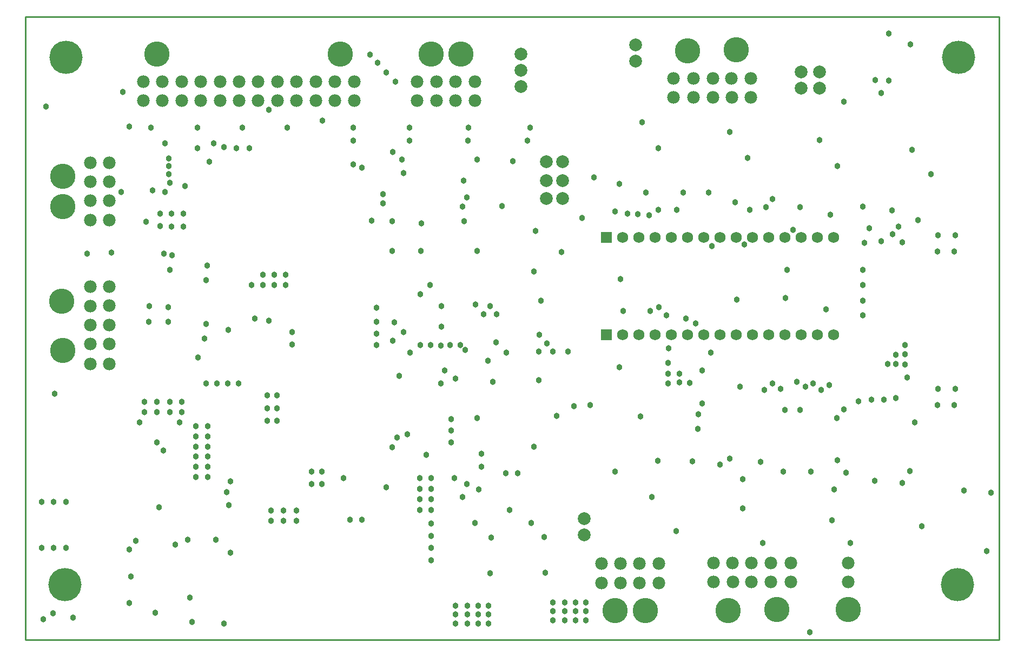
<source format=gbs>
G04*
G04 #@! TF.GenerationSoftware,Altium Limited,Altium Designer,19.1.8 (144)*
G04*
G04 Layer_Color=16711935*
%FSLAX25Y25*%
%MOIN*%
G70*
G01*
G75*
%ADD10C,0.01000*%
%ADD55C,0.03800*%
%ADD89C,0.07887*%
%ADD90C,0.07800*%
%ADD91C,0.15600*%
%ADD92C,0.20485*%
%ADD93R,0.06824X0.06824*%
%ADD94C,0.06824*%
D10*
X100000Y500000D02*
X700000D01*
X100000Y116000D02*
X700000D01*
Y500000D01*
X100000Y116000D02*
Y500000D01*
D55*
X356500Y309000D02*
D03*
X577500Y257500D02*
D03*
X585500Y274000D02*
D03*
X595500Y273000D02*
D03*
X580750Y272000D02*
D03*
X555500Y270000D02*
D03*
X565500Y270500D02*
D03*
X590500Y270000D02*
D03*
X575500Y275000D02*
D03*
X568000Y257500D02*
D03*
X540500Y272000D02*
D03*
X560500Y274000D02*
D03*
X378500Y411750D02*
D03*
X129500Y129500D02*
D03*
X186000Y422000D02*
D03*
X302000Y409000D02*
D03*
X326500Y416500D02*
D03*
X246500Y341000D02*
D03*
X253500D02*
D03*
X260500D02*
D03*
X372000Y388500D02*
D03*
X386500Y321500D02*
D03*
X409500Y423500D02*
D03*
X178500Y393000D02*
D03*
X201500Y142000D02*
D03*
X197500Y378500D02*
D03*
X190000D02*
D03*
X183000Y371000D02*
D03*
X190000Y370500D02*
D03*
X197500D02*
D03*
X322500Y210000D02*
D03*
X430500Y355000D02*
D03*
X583500Y120500D02*
D03*
X333000Y305500D02*
D03*
X390254Y299254D02*
D03*
X369500Y383000D02*
D03*
X596000Y378000D02*
D03*
X597000Y189500D02*
D03*
X496000Y286500D02*
D03*
Y280000D02*
D03*
X503000D02*
D03*
X509500Y274371D02*
D03*
X503000Y274500D02*
D03*
X542000Y215000D02*
D03*
X553000Y225500D02*
D03*
X400500Y411000D02*
D03*
X170500Y250000D02*
D03*
X198500Y395500D02*
D03*
X632000Y489500D02*
D03*
X225000Y307000D02*
D03*
X189000Y397500D02*
D03*
X212000Y346500D02*
D03*
X634500Y366000D02*
D03*
X627500Y361500D02*
D03*
X523000Y358500D02*
D03*
X484500Y377500D02*
D03*
X616000Y383000D02*
D03*
X364500Y215500D02*
D03*
X372000Y212000D02*
D03*
X379500Y208500D02*
D03*
X489720Y226098D02*
D03*
X356000Y274000D02*
D03*
X365000Y277000D02*
D03*
X118000Y267500D02*
D03*
X307500Y407000D02*
D03*
X477500Y378063D02*
D03*
X320500Y390500D02*
D03*
Y385000D02*
D03*
X302000Y423500D02*
D03*
X370000Y399000D02*
D03*
X495000Y316000D02*
D03*
X490500Y321000D02*
D03*
X507000Y314000D02*
D03*
X327500Y311500D02*
D03*
X343600Y297500D02*
D03*
X326500Y300350D02*
D03*
X356010Y297290D02*
D03*
X343500Y329000D02*
D03*
X517000Y282000D02*
D03*
X522500Y293000D02*
D03*
X514500Y246000D02*
D03*
X514750Y254750D02*
D03*
X604500Y258000D02*
D03*
X600000Y252500D02*
D03*
X485000Y318500D02*
D03*
X468500D02*
D03*
X358500Y282000D02*
D03*
X337000Y293000D02*
D03*
X206500Y290000D02*
D03*
X164125Y171625D02*
D03*
X168000Y177000D02*
D03*
X202750Y126750D02*
D03*
X211500Y310500D02*
D03*
X226500Y169500D02*
D03*
X225500Y199000D02*
D03*
X226500Y213500D02*
D03*
X224000Y207000D02*
D03*
X621500Y264000D02*
D03*
X629000D02*
D03*
X613500Y263000D02*
D03*
X642000Y297500D02*
D03*
X652500Y186000D02*
D03*
X678500Y208000D02*
D03*
X463500Y380000D02*
D03*
X627500Y453000D02*
D03*
X632000Y460500D02*
D03*
X471000Y378500D02*
D03*
X556500Y382500D02*
D03*
X573000Y368500D02*
D03*
X546500Y381000D02*
D03*
X326000Y374000D02*
D03*
X568500Y326500D02*
D03*
X425000Y293500D02*
D03*
X427500Y254000D02*
D03*
X416500Y276000D02*
D03*
X421500Y298500D02*
D03*
X450500Y401000D02*
D03*
X662000Y355358D02*
D03*
X672500D02*
D03*
X673000Y365358D02*
D03*
X662500D02*
D03*
Y270500D02*
D03*
X673000D02*
D03*
X672500Y260500D02*
D03*
X662000D02*
D03*
X634000Y380500D02*
D03*
X577500Y382500D02*
D03*
X466000Y397000D02*
D03*
X521000Y391500D02*
D03*
X260500Y334500D02*
D03*
X253500D02*
D03*
X246500D02*
D03*
X239500D02*
D03*
X443000Y376000D02*
D03*
X636500Y286000D02*
D03*
X642000Y292000D02*
D03*
Y285500D02*
D03*
X636500Y291500D02*
D03*
X631500Y286000D02*
D03*
X593500Y319500D02*
D03*
X543000Y359500D02*
D03*
X608437Y175500D02*
D03*
X600500Y226500D02*
D03*
X445500Y139000D02*
D03*
Y133500D02*
D03*
Y128000D02*
D03*
X439000Y139000D02*
D03*
Y133500D02*
D03*
Y128000D02*
D03*
X425000Y133500D02*
D03*
X432500D02*
D03*
X425000Y128000D02*
D03*
X432500D02*
D03*
X425000Y139000D02*
D03*
X432500D02*
D03*
X372500Y137000D02*
D03*
X365000D02*
D03*
X496500Y295500D02*
D03*
X211500Y337500D02*
D03*
X238000Y419000D02*
D03*
X230000D02*
D03*
X216000Y422000D02*
D03*
X222500Y419500D02*
D03*
X213500Y410500D02*
D03*
X206000Y419000D02*
D03*
X188500Y403000D02*
D03*
Y408000D02*
D03*
Y412500D02*
D03*
X186000Y392000D02*
D03*
X183000Y378500D02*
D03*
X185500Y354000D02*
D03*
X190500Y353000D02*
D03*
X189000Y344000D02*
D03*
X174500Y373500D02*
D03*
X159000Y392000D02*
D03*
X153000Y354500D02*
D03*
X138000Y354000D02*
D03*
X176000Y312000D02*
D03*
X188000D02*
D03*
Y321000D02*
D03*
X176500Y321500D02*
D03*
X333000Y403500D02*
D03*
X542283Y197000D02*
D03*
X385000Y288000D02*
D03*
X371079Y294500D02*
D03*
X368000Y297500D02*
D03*
X255250Y258500D02*
D03*
Y251000D02*
D03*
X249000Y258500D02*
D03*
Y251000D02*
D03*
X255250Y266500D02*
D03*
X249000D02*
D03*
X317000Y471500D02*
D03*
X332000Y412000D02*
D03*
X554500Y175500D02*
D03*
X517000Y261500D02*
D03*
X501284Y182783D02*
D03*
X534000Y227500D02*
D03*
X413500Y235000D02*
D03*
X403500Y218500D02*
D03*
X396000D02*
D03*
X381000Y222500D02*
D03*
Y230500D02*
D03*
X347000Y230000D02*
D03*
X362500Y237500D02*
D03*
Y252000D02*
D03*
X378500Y252500D02*
D03*
X388000Y275000D02*
D03*
X396500Y293000D02*
D03*
X416500Y293500D02*
D03*
X413500Y343000D02*
D03*
X640500Y361000D02*
D03*
X620000Y369500D02*
D03*
X501500Y381000D02*
D03*
X490000Y419000D02*
D03*
X638000Y370500D02*
D03*
X617000Y360500D02*
D03*
X490000Y381000D02*
D03*
X643500Y277500D02*
D03*
X560500Y387500D02*
D03*
X646500Y418000D02*
D03*
X534000Y429000D02*
D03*
X589500Y424000D02*
D03*
X505500Y391500D02*
D03*
X537625Y385625D02*
D03*
X650125Y374625D02*
D03*
X658000Y403000D02*
D03*
X545000Y413000D02*
D03*
X600500Y408000D02*
D03*
X513000Y311000D02*
D03*
X398500Y196000D02*
D03*
X623500Y214000D02*
D03*
X598500Y208500D02*
D03*
X538500Y325500D02*
D03*
X329000Y240500D02*
D03*
X296000Y215500D02*
D03*
X349700Y297500D02*
D03*
X361900D02*
D03*
X692500Y170500D02*
D03*
X486283Y204000D02*
D03*
X695000Y206500D02*
D03*
X645000Y220000D02*
D03*
X605817Y218750D02*
D03*
X640500Y212500D02*
D03*
X584000Y219500D02*
D03*
X567000D02*
D03*
X511000Y226000D02*
D03*
X528000Y224000D02*
D03*
X414500Y368000D02*
D03*
X393750Y383063D02*
D03*
X335500Y242500D02*
D03*
X343680Y355500D02*
D03*
X378500D02*
D03*
X349500Y334500D02*
D03*
X377522Y322522D02*
D03*
X344000Y372500D02*
D03*
X370500Y374000D02*
D03*
X417937Y324937D02*
D03*
X416782Y303782D02*
D03*
X390500Y316500D02*
D03*
X382500D02*
D03*
X356500Y321500D02*
D03*
X372969Y423500D02*
D03*
X336750D02*
D03*
X411000Y431500D02*
D03*
X373031D02*
D03*
X336750D02*
D03*
X302000D02*
D03*
X322500Y465500D02*
D03*
X328000Y460000D02*
D03*
X312500Y476500D02*
D03*
X283000Y436000D02*
D03*
X250000Y442500D02*
D03*
X261500Y431500D02*
D03*
X233701D02*
D03*
X206201D02*
D03*
X177500D02*
D03*
X466740Y338240D02*
D03*
X343000Y209000D02*
D03*
X350000D02*
D03*
Y215500D02*
D03*
X343000D02*
D03*
Y202500D02*
D03*
X350000D02*
D03*
Y196000D02*
D03*
X343000D02*
D03*
X369449Y203949D02*
D03*
X411776Y187776D02*
D03*
X377276D02*
D03*
X387000Y179000D02*
D03*
X419719Y179281D02*
D03*
X386500Y157000D02*
D03*
X420563Y157063D02*
D03*
X438000Y260000D02*
D03*
X448000Y260500D02*
D03*
X111000Y128500D02*
D03*
X117273Y132273D02*
D03*
X616000Y316000D02*
D03*
Y325000D02*
D03*
Y334500D02*
D03*
Y344000D02*
D03*
X569500D02*
D03*
X645500Y483000D02*
D03*
X623746Y460746D02*
D03*
X604500Y447500D02*
D03*
X192500Y174500D02*
D03*
X222500Y126000D02*
D03*
X362500Y245000D02*
D03*
X330500Y278500D02*
D03*
X112701Y444620D02*
D03*
X160000Y453500D02*
D03*
X164250Y432250D02*
D03*
X326286Y355563D02*
D03*
X313357Y374134D02*
D03*
X648000Y250000D02*
D03*
X636500Y264750D02*
D03*
X466000Y284000D02*
D03*
X496000Y274000D02*
D03*
X479000Y253414D02*
D03*
X482500Y391500D02*
D03*
X480130Y435000D02*
D03*
X434500Y293500D02*
D03*
X463370Y219630D02*
D03*
X316500Y297500D02*
D03*
Y304500D02*
D03*
Y312000D02*
D03*
Y320500D02*
D03*
X264500Y305500D02*
D03*
Y298000D02*
D03*
X282750Y219500D02*
D03*
Y212000D02*
D03*
X276500Y219500D02*
D03*
Y212000D02*
D03*
X267000Y195500D02*
D03*
Y189250D02*
D03*
X251500Y195500D02*
D03*
X259000D02*
D03*
X251500Y189250D02*
D03*
X259000D02*
D03*
X189000Y262500D02*
D03*
X196500D02*
D03*
X189000Y256250D02*
D03*
X196500D02*
D03*
X173500Y262500D02*
D03*
X181000D02*
D03*
X173500Y256250D02*
D03*
X181000D02*
D03*
X164032Y138531D02*
D03*
X181260Y237500D02*
D03*
X231500Y274000D02*
D03*
X224833D02*
D03*
X218167D02*
D03*
X211500D02*
D03*
X250000Y312500D02*
D03*
X210500Y301500D02*
D03*
X241500Y314000D02*
D03*
X326240Y234414D02*
D03*
X350000Y165000D02*
D03*
Y172500D02*
D03*
Y180000D02*
D03*
Y187500D02*
D03*
X307500Y190000D02*
D03*
X300000D02*
D03*
X212500Y216250D02*
D03*
X205000D02*
D03*
X212500Y222500D02*
D03*
X205000D02*
D03*
Y235000D02*
D03*
X212500D02*
D03*
X205000Y228750D02*
D03*
X212500D02*
D03*
Y241250D02*
D03*
X205000D02*
D03*
X212500Y247500D02*
D03*
X205000D02*
D03*
X372500Y126000D02*
D03*
X365000D02*
D03*
X372500Y131500D02*
D03*
X365000D02*
D03*
X379000Y126000D02*
D03*
Y131500D02*
D03*
Y137000D02*
D03*
X385500Y126000D02*
D03*
Y131500D02*
D03*
Y137000D02*
D03*
X217500Y177500D02*
D03*
X165000Y155000D02*
D03*
X180000Y132500D02*
D03*
X200000Y177500D02*
D03*
X182500Y197500D02*
D03*
X195000Y250000D02*
D03*
X185000Y232500D02*
D03*
X125000Y201000D02*
D03*
X117500D02*
D03*
X110000D02*
D03*
X125000Y172500D02*
D03*
X117500D02*
D03*
X110000D02*
D03*
D89*
X405500Y457000D02*
D03*
Y467000D02*
D03*
Y477000D02*
D03*
X444500Y180500D02*
D03*
Y190500D02*
D03*
X431000Y388000D02*
D03*
X421000D02*
D03*
X431000Y399000D02*
D03*
X421000D02*
D03*
X431000Y410500D02*
D03*
X421000D02*
D03*
X578000Y466000D02*
D03*
Y456000D02*
D03*
X589500Y466000D02*
D03*
Y456000D02*
D03*
X476000Y482500D02*
D03*
Y472500D02*
D03*
D90*
X377000Y448200D02*
D03*
X365200D02*
D03*
Y460000D02*
D03*
X377000D02*
D03*
X353400D02*
D03*
X341600D02*
D03*
Y448200D02*
D03*
X353400D02*
D03*
X478600Y162800D02*
D03*
X490400D02*
D03*
Y151000D02*
D03*
X478600D02*
D03*
X455000D02*
D03*
X466800D02*
D03*
Y162800D02*
D03*
X455000D02*
D03*
X607000Y151500D02*
D03*
Y163300D02*
D03*
X302700Y448200D02*
D03*
X290900D02*
D03*
Y460000D02*
D03*
X302700D02*
D03*
X184600Y448200D02*
D03*
X172800D02*
D03*
Y460000D02*
D03*
X184600D02*
D03*
X279100D02*
D03*
X196400D02*
D03*
Y448200D02*
D03*
X208200D02*
D03*
X208000Y460000D02*
D03*
X267200D02*
D03*
X231800D02*
D03*
X243600D02*
D03*
X220000D02*
D03*
X255400D02*
D03*
Y448200D02*
D03*
X220000D02*
D03*
X243600D02*
D03*
X231800D02*
D03*
X267200D02*
D03*
X279100D02*
D03*
X151800Y333600D02*
D03*
X140000D02*
D03*
Y321600D02*
D03*
X151800Y321800D02*
D03*
Y310000D02*
D03*
X140000D02*
D03*
Y298200D02*
D03*
Y285900D02*
D03*
X151800D02*
D03*
Y298200D02*
D03*
Y386400D02*
D03*
Y374600D02*
D03*
X140000D02*
D03*
Y386400D02*
D03*
Y410000D02*
D03*
Y398200D02*
D03*
X151800D02*
D03*
Y410000D02*
D03*
X559400Y163300D02*
D03*
X571700D02*
D03*
Y151500D02*
D03*
X559400D02*
D03*
X547600D02*
D03*
Y163300D02*
D03*
X535800D02*
D03*
X536000Y151500D02*
D03*
X524000D02*
D03*
Y163300D02*
D03*
X511900Y450200D02*
D03*
X499600D02*
D03*
Y462000D02*
D03*
X511900D02*
D03*
X523700D02*
D03*
Y450200D02*
D03*
X535500D02*
D03*
X535300Y462000D02*
D03*
X547300D02*
D03*
Y450200D02*
D03*
D91*
X368500Y477000D02*
D03*
X350000D02*
D03*
X482000Y134000D02*
D03*
X463500D02*
D03*
X607000Y134500D02*
D03*
X181200Y477000D02*
D03*
X294200D02*
D03*
X122500Y324600D02*
D03*
X123000Y294300D02*
D03*
Y383000D02*
D03*
Y401500D02*
D03*
X563300Y134500D02*
D03*
X533000Y134000D02*
D03*
X508000Y479000D02*
D03*
X538300Y479500D02*
D03*
D92*
X125000Y475000D02*
D03*
X675000D02*
D03*
X124500Y150000D02*
D03*
X674500D02*
D03*
D93*
X458000Y304000D02*
D03*
Y364000D02*
D03*
D94*
X468000Y304000D02*
D03*
Y364000D02*
D03*
X478000Y304000D02*
D03*
Y364000D02*
D03*
X488000Y304000D02*
D03*
Y364000D02*
D03*
X498000Y304000D02*
D03*
Y364000D02*
D03*
X508000Y304000D02*
D03*
Y364000D02*
D03*
X518000Y304000D02*
D03*
Y364000D02*
D03*
X528000Y304000D02*
D03*
Y364000D02*
D03*
X538000Y304000D02*
D03*
Y364000D02*
D03*
X548000Y304000D02*
D03*
Y364000D02*
D03*
X558000Y304000D02*
D03*
Y364000D02*
D03*
X568000Y304000D02*
D03*
Y364000D02*
D03*
X578000Y304000D02*
D03*
Y364000D02*
D03*
X588000Y304000D02*
D03*
Y364000D02*
D03*
X598000Y304000D02*
D03*
Y364000D02*
D03*
M02*

</source>
